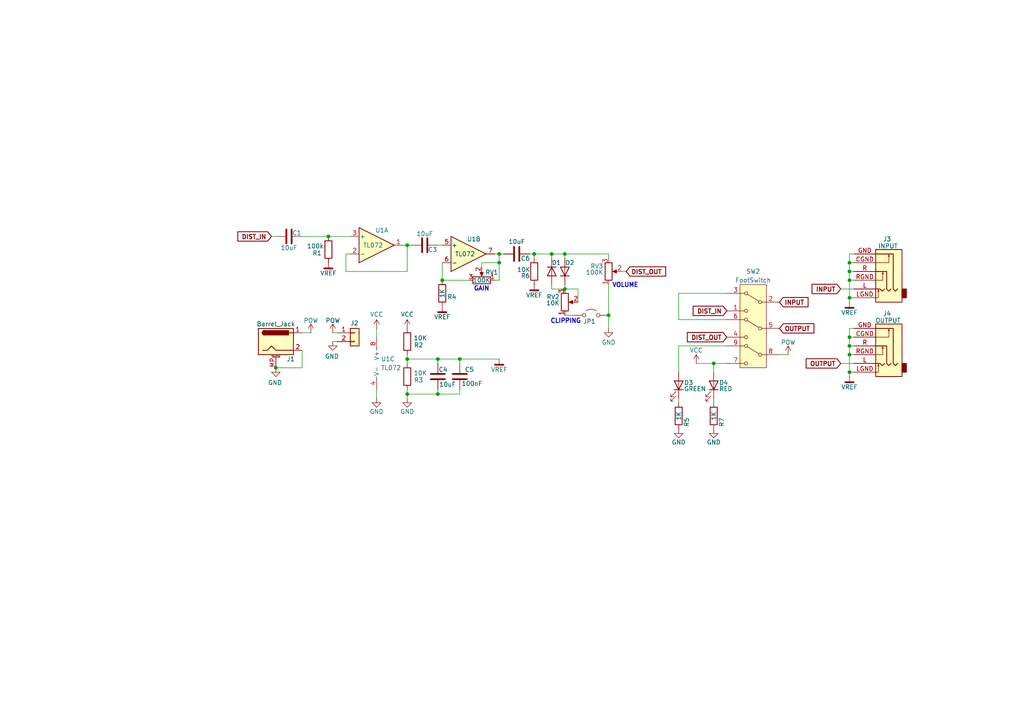
<source format=kicad_sch>
(kicad_sch (version 20231120) (generator "eeschema") (generator_version "8.0")
  (paper "A4")
  (lib_symbols
    (symbol "Amplifier_Operational:TL072" (pin_names (offset 0.127))
      (property "Reference" "U" (at 0 5.08 0))
      (property "Value" "TL072" (at 0 -5.08 0))
      (symbol "TL072_1_1"
        (polyline (pts (xy -5.08 5.08) (xy 5.08 0) (xy -5.08 -5.08) (xy -5.08 5.08)) (stroke (width 0.254)) (fill (type background)))
        (pin output line (at 7.62 0 180) (length 2.54) (name "~") (number "1"))
        (pin input line (at -7.62 -2.54 0) (length 2.54) (name "-") (number "2"))
        (pin input line (at -7.62 2.54 0) (length 2.54) (name "+") (number "3"))
      )
      (symbol "TL072_2_1"
        (polyline (pts (xy -5.08 5.08) (xy 5.08 0) (xy -5.08 -5.08) (xy -5.08 5.08)) (stroke (width 0.254)) (fill (type background)))
        (pin input line (at -7.62 2.54 0) (length 2.54) (name "+") (number "5"))
        (pin input line (at -7.62 -2.54 0) (length 2.54) (name "-") (number "6"))
        (pin output line (at 7.62 0 180) (length 2.54) (name "~") (number "7"))
      )
      (symbol "TL072_3_1"
        (pin power_in line (at -2.54 -7.62 90) (length 3.81) (name "V-") (number "4"))
        (pin power_in line (at -2.54 7.62 270) (length 3.81) (name "V+") (number "8"))
      )
    )
    (symbol "Connector:Barrel_Jack_MountingPin" (pin_names hide)
      (property "Reference" "J" (at 0 5.334 0))
      (property "Value" "Barrel_Jack_MountingPin" (at 1.27 -6.35 0))
      (symbol "Barrel_Jack_MountingPin_0_1"
        (rectangle (start -5.08 3.81) (end 5.08 -3.81) (stroke (width 0.254)) (fill (type background)))
        (arc (start -3.302 3.175) (mid -3.9343 2.54) (end -3.302 1.905) (stroke (width 0.254)))
        (arc (start -3.302 3.175) (mid -3.9343 2.54) (end -3.302 1.905) (stroke (width 0.254)) (fill (type outline)))
        (polyline (pts (xy 5.08 2.54) (xy 3.81 2.54)) (stroke (width 0.254)))
        (polyline (pts (xy -3.81 -2.54) (xy -2.54 -2.54) (xy -1.27 -1.27) (xy 0 -2.54) (xy 2.54 -2.54) (xy 5.08 -2.54)) (stroke (width 0.254)))
        (rectangle (start 3.683 3.175) (end -3.302 1.905) (stroke (width 0.254)) (fill (type outline)))
      )
      (symbol "Barrel_Jack_MountingPin_1_1"
        (polyline (pts (xy -1.016 -4.572) (xy 1.016 -4.572)) (stroke (width 0.1524)))
        (text "Mounting" (at 0 -4.191 0) (effects (font (size 0.381 0.381))))
        (pin passive line (at 7.62 2.54 180) (length 2.54) (name "~") (number "1"))
        (pin passive line (at 7.62 -2.54 180) (length 2.54) (name "~") (number "2"))
        (pin passive line (at 0 -7.62 90) (length 3.048) (name "MountPin") (number "MP"))
      )
    )
    (symbol "Connector_Audio:AudioJack3_Switch"
      (property "Reference" "J7" (at -1.905 11.43 0))
      (property "Value" "AudioJack3_Switch" (at -1.905 8.89 0))
      (symbol "AudioJack3_Switch_0_1"
        (rectangle (start -5.08 -5.08) (end -6.35 -7.62) (stroke (width 0.254)) (fill (type outline)))
        (polyline (pts (xy -1.27 4.826) (xy -1.016 4.318)))
        (polyline (pts (xy 0.508 -0.254) (xy 0.762 -0.762)))
        (polyline (pts (xy 1.778 -5.334) (xy 2.032 -5.842)))
        (polyline (pts (xy 0 -5.08) (xy 0.635 -5.715) (xy 1.27 -5.08) (xy 2.54 -5.08)) (stroke (width 0.254)))
        (polyline (pts (xy 2.54 -7.62) (xy 1.778 -7.62) (xy 1.778 -5.334) (xy 1.524 -5.842)))
        (polyline (pts (xy 2.54 -2.54) (xy 0.508 -2.54) (xy 0.508 -0.254) (xy 0.254 -0.762)))
        (polyline (pts (xy 2.54 2.54) (xy -1.27 2.54) (xy -1.27 4.826) (xy -1.524 4.318)))
        (polyline (pts (xy -1.905 -5.08) (xy -1.27 -5.715) (xy -0.635 -5.08) (xy -0.635 0) (xy 2.54 0)) (stroke (width 0.254)))
        (polyline (pts (xy 2.54 5.08) (xy -2.54 5.08) (xy -2.54 -5.08) (xy -3.175 -5.715) (xy -3.81 -5.08)) (stroke (width 0.254)))
        (rectangle (start 2.54 6.35) (end -5.08 -8.89) (stroke (width 0.254)) (fill (type background)))
      )
      (symbol "AudioJack3_Switch_1_1"
        (pin passive line (at 8.89 2.54 180) (length 6.35) (name "~") (number "CGND"))
        (pin passive line (at 8.89 5.08 180) (length 6.35) (name "~") (number "GND"))
        (pin passive line (at 8.89 -5.08 180) (length 6.35) (name "~") (number "L"))
        (pin passive line (at 8.89 -7.62 180) (length 6.35) (name "~") (number "LGND"))
        (pin passive line (at 8.89 0 180) (length 6.35) (name "~") (number "R"))
        (pin passive line (at 8.89 -2.54 180) (length 6.35) (name "~") (number "RGND"))
      )
    )
    (symbol "Connector_Generic:Conn_01x02" (pin_names (offset 1.016) hide)
      (property "Reference" "J" (at 0 2.54 0))
      (property "Value" "Conn_01x02" (at 0 -5.08 0))
      (symbol "Conn_01x02_1_1"
        (rectangle (start -1.27 -2.413) (end 0 -2.667) (stroke (width 0.1524)))
        (rectangle (start -1.27 0.127) (end 0 -0.127) (stroke (width 0.1524)))
        (rectangle (start -1.27 1.27) (end 1.27 -3.81) (stroke (width 0.254)) (fill (type background)))
        (pin passive line (at -5.08 0 0) (length 3.81) (name "Pin_1") (number "1"))
        (pin passive line (at -5.08 -2.54 0) (length 3.81) (name "Pin_2") (number "2"))
      )
    )
    (symbol "Device:C" (pin_numbers hide) (pin_names (offset 0.254))
      (property "Reference" "C" (at 0.635 2.54 0))
      (property "Value" "C" (at 0.635 -2.54 0))
      (symbol "C_0_1"
        (polyline (pts (xy -2.032 -0.762) (xy 2.032 -0.762)) (stroke (width 0.508)))
        (polyline (pts (xy -2.032 0.762) (xy 2.032 0.762)) (stroke (width 0.508)))
      )
      (symbol "C_1_1"
        (pin passive line (at 0 3.81 270) (length 2.794) (name "~") (number "1"))
        (pin passive line (at 0 -3.81 90) (length 2.794) (name "~") (number "2"))
      )
    )
    (symbol "Device:D" (pin_numbers hide) (pin_names (offset 1.016) hide)
      (property "Reference" "D" (at 0 2.54 0))
      (property "Value" "D" (at 0 -2.54 0))
      (symbol "D_0_1"
        (polyline (pts (xy -1.27 1.27) (xy -1.27 -1.27)) (stroke (width 0.254)))
        (polyline (pts (xy 1.27 0) (xy -1.27 0)))
        (polyline (pts (xy 1.27 1.27) (xy 1.27 -1.27) (xy -1.27 0) (xy 1.27 1.27)) (stroke (width 0.254)))
      )
      (symbol "D_1_1"
        (pin passive line (at -3.81 0 0) (length 2.54) (name "K") (number "1"))
        (pin passive line (at 3.81 0 180) (length 2.54) (name "A") (number "2"))
      )
    )
    (symbol "Device:LED" (pin_numbers hide) (pin_names (offset 1.016) hide)
      (property "Reference" "D" (at 0 2.54 0))
      (property "Value" "LED" (at 0 -2.54 0))
      (symbol "LED_0_1"
        (polyline (pts (xy -1.27 -1.27) (xy -1.27 1.27)) (stroke (width 0.254)))
        (polyline (pts (xy -1.27 0) (xy 1.27 0)))
        (polyline (pts (xy 1.27 -1.27) (xy 1.27 1.27) (xy -1.27 0) (xy 1.27 -1.27)) (stroke (width 0.254)))
        (polyline (pts (xy -3.048 -0.762) (xy -4.572 -2.286) (xy -3.81 -2.286) (xy -4.572 -2.286) (xy -4.572 -1.524)))
        (polyline (pts (xy -1.778 -0.762) (xy -3.302 -2.286) (xy -2.54 -2.286) (xy -3.302 -2.286) (xy -3.302 -1.524)))
      )
      (symbol "LED_1_1"
        (pin passive line (at -3.81 0 0) (length 2.54) (name "K") (number "1"))
        (pin passive line (at 3.81 0 180) (length 2.54) (name "A") (number "2"))
      )
    )
    (symbol "Device:R" (pin_numbers hide) (pin_names (offset 0))
      (property "Reference" "R" (at 2.032 0 90))
      (property "Value" "R" (at 0 0 90))
      (symbol "R_0_1"
        (rectangle (start -1.016 -2.54) (end 1.016 2.54) (stroke (width 0.254)))
      )
      (symbol "R_1_1"
        (pin passive line (at 0 3.81 270) (length 1.27) (name "~") (number "1"))
        (pin passive line (at 0 -3.81 90) (length 1.27) (name "~") (number "2"))
      )
    )
    (symbol "Device:R_Potentiometer" (pin_names (offset 1.016) hide)
      (property "Reference" "RV" (at -4.445 0 90))
      (property "Value" "R_Potentiometer" (at -2.54 0 90))
      (symbol "R_Potentiometer_0_1"
        (polyline (pts (xy 2.54 0) (xy 1.524 0)))
        (polyline (pts (xy 1.143 0) (xy 2.286 0.508) (xy 2.286 -0.508) (xy 1.143 0)) (fill (type outline)))
        (rectangle (start 1.016 2.54) (end -1.016 -2.54) (stroke (width 0.254)))
      )
      (symbol "R_Potentiometer_1_1"
        (pin passive line (at 0 3.81 270) (length 1.27) (name "1") (number "1"))
        (pin passive line (at 3.81 0 180) (length 1.27) (name "2") (number "2"))
        (pin passive line (at 0 -3.81 90) (length 1.27) (name "3") (number "3"))
      )
    )
    (symbol "GNDD_1" (power) (pin_numbers hide) (pin_names (offset 0) hide)
      (property "Value" "OFFSET" (at 0 -3.302 0))
      (symbol "GNDD_1_0_1"
        (rectangle (start -1.27 -1.524) (end 1.27 -1.778) (stroke (width 0.254)) (fill (type outline)))
        (polyline (pts (xy 0 0) (xy 0 -1.524)))
      )
      (symbol "GNDD_1_1_1"
        (pin power_in line (at 0 0 270) (length 0) (name "~") (number "1"))
      )
    )
    (symbol "Jumper:Jumper_2_Open" (pin_numbers hide) (pin_names (offset 0) hide) (exclude_from_sim yes)
      (property "Reference" "JP" (at 0 2.794 0))
      (property "Value" "Jumper_2_Open" (at 0 -2.286 0))
      (symbol "Jumper_2_Open_0_0"
        (circle (center -2.032 0) (radius 0.508))
        (circle (center 2.032 0) (radius 0.508))
      )
      (symbol "Jumper_2_Open_0_1"
        (arc (start 1.524 1.27) (mid 0 1.778) (end -1.524 1.27))
      )
      (symbol "Jumper_2_Open_1_1"
        (pin passive line (at -5.08 0 0) (length 2.54) (name "A") (number "1"))
        (pin passive line (at 5.08 0 180) (length 2.54) (name "B") (number "2"))
      )
    )
    (symbol "Switch:SW_Nidec_CAS-120A1" (pin_names (offset 1) hide)
      (property "Reference" "SW3" (at 0 8.89 0))
      (property "Value" "SW_Nidec_CAS-120A1" (at 0 6.35 0))
      (symbol "SW_Nidec_CAS-120A1_0_1"
        (circle (center -2.032 -15.24) (radius 0.4572))
        (circle (center -2.032 -7.62) (radius 0.4572))
        (circle (center -2.032 0) (radius 0.4572))
        (polyline (pts (xy -1.651 -14.986) (xy 1.651 -12.954)))
        (polyline (pts (xy -1.651 -7.366) (xy 1.651 -5.334)))
        (polyline (pts (xy -1.651 0.254) (xy 1.651 2.286)))
        (circle (center 2.032 -17.78) (radius 0.4572))
        (circle (center 2.032 -12.7) (radius 0.4572))
        (circle (center 2.032 -10.16) (radius 0.4572))
        (circle (center 2.032 -5.08) (radius 0.4572))
        (circle (center 2.032 -2.54) (radius 0.4572))
        (circle (center 2.032 2.54) (radius 0.4572))
      )
      (symbol "SW_Nidec_CAS-120A1_1_1"
        (rectangle (start -3.81 5.08) (end 3.81 -19.05) (fill (type background)))
        (pin passive line (at 7.62 -2.54 180) (length 5.08) (name "C") (number "1"))
        (pin passive line (at -7.62 0 0) (length 5.08) (name "B") (number "2"))
        (pin passive line (at 7.62 2.54 180) (length 5.08) (name "A") (number "3"))
        (pin passive line (at 7.62 -10.16 180) (length 5.08) (name "C") (number "4"))
        (pin passive line (at -7.62 -7.62 0) (length 5.08) (name "B") (number "5"))
        (pin passive line (at 7.62 -5.08 180) (length 5.08) (name "A") (number "6"))
        (pin passive line (at 7.62 -17.78 180) (length 5.08) (name "C") (number "7"))
        (pin passive line (at -7.62 -15.24 0) (length 5.08) (name "B") (number "8"))
        (pin passive line (at 7.62 -12.7 180) (length 5.08) (name "A") (number "9"))
      )
    )
    (symbol "power:GND" (power) (pin_numbers hide) (pin_names (offset 0) hide)
      (property "Value" "GND" (at 0 -3.81 0))
      (symbol "GND_0_1"
        (polyline (pts (xy 0 0) (xy 0 -1.27) (xy 1.27 -1.27) (xy 0 -2.54) (xy -1.27 -1.27) (xy 0 -1.27)))
      )
      (symbol "GND_1_1"
        (pin power_in line (at 0 0 270) (length 0) (name "~") (number "1"))
      )
    )
    (symbol "power:VCC" (power) (pin_numbers hide) (pin_names (offset 0) hide)
      (property "Value" "VCC" (at 0 3.556 0))
      (symbol "VCC_0_1"
        (polyline (pts (xy -0.762 1.27) (xy 0 2.54)))
        (polyline (pts (xy 0 0) (xy 0 2.54)))
        (polyline (pts (xy 0 2.54) (xy 0.762 1.27)))
      )
      (symbol "VCC_1_1"
        (pin power_in line (at 0 0 90) (length 0) (name "~") (number "1"))
      )
    )
    (symbol "power:VDD" (power) (pin_numbers hide) (pin_names (offset 0) hide)
      (property "Value" "VDD" (at 0 3.556 0))
      (symbol "VDD_0_1"
        (polyline (pts (xy -0.762 1.27) (xy 0 2.54)))
        (polyline (pts (xy 0 0) (xy 0 2.54)))
        (polyline (pts (xy 0 2.54) (xy 0.762 1.27)))
      )
      (symbol "VDD_1_1"
        (pin power_in line (at 0 0 90) (length 0) (name "~") (number "1"))
      )
    )
  )
  (junction (at 246.38 76.2))
  (junction (at 176.53 91.44))
  (junction (at 133.35 104.14))
  (junction (at 144.78 76.2))
  (junction (at 246.38 102.87))
  (junction (at 246.38 81.28))
  (junction (at 95.25 68.58))
  (junction (at 118.11 71.12))
  (junction (at 160.02 73.66))
  (junction (at 118.11 114.3))
  (junction (at 163.83 73.66))
  (junction (at 80.01 106.68))
  (junction (at 246.38 107.95))
  (junction (at 163.83 83.82))
  (junction (at 127 114.3))
  (junction (at 207.01 105.41))
  (junction (at 127 104.14))
  (junction (at 246.38 78.74))
  (junction (at 118.11 104.14))
  (junction (at 246.38 100.33))
  (junction (at 128.27 81.28))
  (junction (at 246.38 97.79))
  (junction (at 154.94 73.66))
  (junction (at 246.38 86.36))
  (junction (at 144.78 73.66))
  (wire (pts (xy 128.27 76.2) (xy 128.27 81.28)))
  (wire (pts (xy 176.53 91.44) (xy 176.53 95.25)))
  (wire (pts (xy 80.01 68.58) (xy 78.74 68.58)))
  (wire (pts (xy 176.53 73.66) (xy 176.53 74.93)))
  (wire (pts (xy 127 113.03) (xy 127 114.3)))
  (wire (pts (xy 247.65 76.2) (xy 246.38 76.2)))
  (wire (pts (xy 90.17 96.52) (xy 87.63 96.52)))
  (wire (pts (xy 160.02 83.82) (xy 163.83 83.82)))
  (wire (pts (xy 109.22 95.25) (xy 109.22 97.79)))
  (wire (pts (xy 210.82 92.71) (xy 196.85 92.71)))
  (wire (pts (xy 100.33 78.74) (xy 118.11 78.74)))
  (wire (pts (xy 196.85 92.71) (xy 196.85 85.09)))
  (wire (pts (xy 87.63 106.68) (xy 87.63 101.6)))
  (wire (pts (xy 127 105.41) (xy 127 104.14)))
  (wire (pts (xy 246.38 100.33) (xy 246.38 102.87)))
  (wire (pts (xy 144.78 81.28) (xy 143.51 81.28)))
  (wire (pts (xy 247.65 97.79) (xy 246.38 97.79)))
  (wire (pts (xy 181.61 78.74) (xy 180.34 78.74)))
  (wire (pts (xy 128.27 81.28) (xy 135.89 81.28)))
  (wire (pts (xy 96.52 99.06) (xy 97.79 99.06)))
  (wire (pts (xy 160.02 82.55) (xy 160.02 83.82)))
  (wire (pts (xy 207.01 105.41) (xy 210.82 105.41)))
  (wire (pts (xy 118.11 78.74) (xy 118.11 71.12)))
  (wire (pts (xy 133.35 104.14) (xy 144.78 104.14)))
  (wire (pts (xy 100.33 73.66) (xy 101.6 73.66)))
  (wire (pts (xy 201.93 105.41) (xy 207.01 105.41)))
  (wire (pts (xy 139.7 76.2) (xy 139.7 77.47)))
  (wire (pts (xy 246.38 76.2) (xy 246.38 78.74)))
  (wire (pts (xy 196.85 100.33) (xy 210.82 100.33)))
  (wire (pts (xy 246.38 86.36) (xy 247.65 86.36)))
  (wire (pts (xy 133.35 114.3) (xy 127 114.3)))
  (wire (pts (xy 133.35 114.3) (xy 133.35 113.03)))
  (wire (pts (xy 144.78 76.2) (xy 144.78 81.28)))
  (wire (pts (xy 196.85 116.84) (xy 196.85 115.57)))
  (wire (pts (xy 246.38 78.74) (xy 246.38 81.28)))
  (wire (pts (xy 163.83 82.55) (xy 163.83 83.82)))
  (wire (pts (xy 167.64 87.63) (xy 167.64 83.82)))
  (wire (pts (xy 196.85 85.09) (xy 210.82 85.09)))
  (wire (pts (xy 133.35 105.41) (xy 133.35 104.14)))
  (wire (pts (xy 247.65 102.87) (xy 246.38 102.87)))
  (wire (pts (xy 118.11 102.87) (xy 118.11 104.14)))
  (wire (pts (xy 243.84 105.41) (xy 247.65 105.41)))
  (wire (pts (xy 246.38 102.87) (xy 246.38 107.95)))
  (wire (pts (xy 246.38 97.79) (xy 246.38 100.33)))
  (wire (pts (xy 246.38 73.66) (xy 246.38 76.2)))
  (wire (pts (xy 127 114.3) (xy 118.11 114.3)))
  (wire (pts (xy 160.02 74.93) (xy 160.02 73.66)))
  (wire (pts (xy 176.53 82.55) (xy 176.53 91.44)))
  (wire (pts (xy 144.78 73.66) (xy 146.05 73.66)))
  (wire (pts (xy 100.33 73.66) (xy 100.33 78.74)))
  (wire (pts (xy 207.01 105.41) (xy 207.01 107.95)))
  (wire (pts (xy 118.11 104.14) (xy 118.11 105.41)))
  (wire (pts (xy 127 104.14) (xy 118.11 104.14)))
  (wire (pts (xy 247.65 81.28) (xy 246.38 81.28)))
  (wire (pts (xy 163.83 83.82) (xy 167.64 83.82)))
  (wire (pts (xy 127 71.12) (xy 128.27 71.12)))
  (wire (pts (xy 96.52 96.52) (xy 97.79 96.52)))
  (wire (pts (xy 247.65 73.66) (xy 246.38 73.66)))
  (wire (pts (xy 246.38 78.74) (xy 247.65 78.74)))
  (wire (pts (xy 144.78 76.2) (xy 139.7 76.2)))
  (wire (pts (xy 160.02 73.66) (xy 163.83 73.66)))
  (wire (pts (xy 246.38 107.95) (xy 247.65 107.95)))
  (wire (pts (xy 154.94 73.66) (xy 153.67 73.66)))
  (wire (pts (xy 196.85 100.33) (xy 196.85 107.95)))
  (wire (pts (xy 119.38 71.12) (xy 118.11 71.12)))
  (wire (pts (xy 95.25 68.58) (xy 101.6 68.58)))
  (wire (pts (xy 163.83 74.93) (xy 163.83 73.66)))
  (wire (pts (xy 154.94 74.93) (xy 154.94 73.66)))
  (wire (pts (xy 163.83 73.66) (xy 176.53 73.66)))
  (wire (pts (xy 116.84 71.12) (xy 118.11 71.12)))
  (wire (pts (xy 243.84 83.82) (xy 247.65 83.82)))
  (wire (pts (xy 118.11 114.3) (xy 118.11 115.57)))
  (wire (pts (xy 127 104.14) (xy 133.35 104.14)))
  (wire (pts (xy 163.83 91.44) (xy 166.37 91.44)))
  (wire (pts (xy 207.01 116.84) (xy 207.01 115.57)))
  (wire (pts (xy 109.22 115.57) (xy 109.22 113.03)))
  (wire (pts (xy 154.94 73.66) (xy 160.02 73.66)))
  (wire (pts (xy 118.11 113.03) (xy 118.11 114.3)))
  (wire (pts (xy 246.38 95.25) (xy 246.38 97.79)))
  (wire (pts (xy 228.6 102.87) (xy 226.06 102.87)))
  (wire (pts (xy 246.38 81.28) (xy 246.38 86.36)))
  (wire (pts (xy 143.51 73.66) (xy 144.78 73.66)))
  (wire (pts (xy 247.65 95.25) (xy 246.38 95.25)))
  (wire (pts (xy 246.38 100.33) (xy 247.65 100.33)))
  (wire (pts (xy 144.78 73.66) (xy 144.78 76.2)))
  (wire (pts (xy 87.63 68.58) (xy 95.25 68.58)))
  (wire (pts (xy 246.38 87.63) (xy 246.38 86.36)))
  (wire (pts (xy 80.01 106.68) (xy 87.63 106.68)))
  (wire (pts (xy 246.38 109.22) (xy 246.38 107.95)))
  (text "CLIPPING" (at 164.084 93.218 0) (effects (font (size 1.27 1.27) (thickness 0.254) (bold yes))))
  (text "VOLUME" (at 181.356 82.804 0) (effects (font (size 1.27 1.27) (thickness 0.254) (bold yes))))
  (text "GAIN\n" (at 139.7 83.82 0) (effects (font (size 1.27 1.27) (thickness 0.254) (bold yes))))
  (global_label "INPUT" (shape input) (at 243.84 83.82 180) (effects (font (bold yes))) (property "Intersheetrefs" "${INTERSHEET_REFS}" (effects (hide yes))))
  (global_label "INPUT" (shape input) (at 226.06 87.63 0) (effects (font (bold yes))) (property "Intersheetrefs" "${INTERSHEET_REFS}" (effects (hide yes))))
  (global_label "DIST_OUT" (shape input) (at 181.61 78.74 0) (effects (font (bold yes))) (property "Intersheetrefs" "${INTERSHEET_REFS}" (effects (hide yes))))
  (global_label "OUTPUT" (shape input) (at 226.06 95.25 0) (effects (font (bold yes))) (property "Intersheetrefs" "${INTERSHEET_REFS}" (effects (hide yes))))
  (global_label "DIST_IN" (shape input) (at 210.82 90.17 180) (effects (font (bold yes))) (property "Intersheetrefs" "${INTERSHEET_REFS}" (effects (hide yes))))
  (global_label "DIST_IN" (shape input) (at 78.74 68.58 180) (effects (font (bold yes))) (property "Intersheetrefs" "${INTERSHEET_REFS}" (effects (hide yes))))
  (global_label "OUTPUT" (shape input) (at 243.84 105.41 180) (effects (font (bold yes))) (property "Intersheetrefs" "${INTERSHEET_REFS}" (effects (hide yes))))
  (global_label "DIST_OUT" (shape input) (at 210.82 97.79 180) (effects (font (bold yes))) (property "Intersheetrefs" "${INTERSHEET_REFS}" (effects (hide yes))))
  (symbol (lib_id "Switch:SW_Nidec_CAS-120A1") (at 218.44 87.63 0) (mirror y) (unit 1)
    (property "Reference" "SW2" (at 218.44 78.74 0))
    (property "Value" "FootSwitch" (at 218.44 81.28 0))
    (property "Footprint" "Button_Switch_SMD:Nidec_Copal_CAS-120A" (effects (hide yes)))
    (property "Datasheet" "https://www.nidec-components.com/e/catalog/switch/cas.pdf" (effects (hide yes)))
    (property "Description" "Switch, single pole double throw" (effects (hide yes)))
  )
  (symbol (lib_id "Device:C") (at 83.82 68.58 90) (unit 1)
    (property "Reference" "C1" (at 86.106 67.564 90))
    (property "Value" "10uF" (at 83.82 71.882 90))
    (property "Footprint" "Capacitor_THT:C_Disc_D4.3mm_W1.9mm_P5.00mm" (effects (hide yes)))
    (property "Description" "Unpolarized capacitor" (effects (hide yes)))
  )
  (symbol (lib_id "power:GND") (at 109.22 115.57 0) (unit 1)
    (property "Reference" "#PWR010" (effects (hide yes)))
    (property "Value" "GND" (at 109.22 119.38 0))
    (property "Description" "Power symbol creates a global label with name \"GND\" , ground" (effects (hide yes)))
  )
  (symbol (lib_id "Device:R") (at 196.85 120.65 180) (unit 1)
    (property "Reference" "R5" (at 199.136 122.428 90))
    (property "Value" "1K" (at 196.85 120.65 90))
    (property "Footprint" "Resistor_THT:R_Axial_DIN0207_L6.3mm_D2.5mm_P10.16mm_Horizontal" (effects (hide yes)))
    (property "Description" "Resistor" (effects (hide yes)))
  )
  (symbol (lib_id "Device:R_Potentiometer") (at 139.7 81.28 270) (mirror x) (unit 1)
    (property "Reference" "RV1" (at 144.526 78.994 90) (effects (justify right)))
    (property "Value" "100K" (at 142.24 81.28 90) (effects (justify right)))
    (property "Description" "Potentiometer" (effects (hide yes)))
  )
  (symbol (lib_id "Device:R") (at 154.94 78.74 0) (mirror x) (unit 1)
    (property "Reference" "R6" (at 152.4 80.01 0))
    (property "Value" "10K" (at 151.892 78.232 0))
    (property "Footprint" "Resistor_THT:R_Axial_DIN0207_L6.3mm_D2.5mm_P10.16mm_Horizontal" (effects (hide yes)))
    (property "Description" "Resistor" (effects (hide yes)))
  )
  (symbol (lib_id "Device:C") (at 133.35 109.22 180) (unit 1)
    (property "Reference" "C5" (at 136.144 107.188 0))
    (property "Value" "100nF" (at 136.906 111.252 0))
    (property "Footprint" "Capacitor_THT:C_Disc_D4.3mm_W1.9mm_P5.00mm" (effects (hide yes)))
    (property "Description" "Unpolarized capacitor" (effects (hide yes)))
  )
  (symbol (lib_name "GNDD_1") (lib_id "power:GNDD") (at 246.38 109.22 0) (unit 1)
    (property "Reference" "#PWR018" (effects (hide yes)))
    (property "Value" "VREF" (at 246.38 112.268 0))
    (property "Description" "Power symbol creates a global label with name \"GNDD\" , digital ground" (effects (hide yes)))
  )
  (symbol (lib_id "Device:R_Potentiometer") (at 163.83 87.63 0) (mirror x) (unit 1)
    (property "Reference" "RV2" (at 162.306 86.106 0) (effects (justify right)))
    (property "Value" "10K" (at 162.306 87.884 0) (effects (justify right)))
    (property "Description" "Potentiometer" (effects (hide yes)))
  )
  (symbol (lib_id "power:GND") (at 96.52 99.06 0) (unit 1)
    (property "Reference" "#PWR06" (effects (hide yes)))
    (property "Value" "GND" (at 96.266 103.378 0))
    (property "Description" "Power symbol creates a global label with name \"GND\" , ground" (effects (hide yes)))
  )
  (symbol (lib_id "Device:C") (at 127 109.22 180) (unit 1)
    (property "Reference" "C4" (at 128.524 107.188 0))
    (property "Value" "10uF" (at 129.794 111.506 0))
    (property "Footprint" "Capacitor_THT:C_Disc_D4.3mm_W1.9mm_P5.00mm" (effects (hide yes)))
    (property "Description" "Unpolarized capacitor" (effects (hide yes)))
  )
  (symbol (lib_id "power:VCC") (at 118.11 95.25 0) (unit 1)
    (property "Reference" "#PWR011" (effects (hide yes)))
    (property "Value" "VCC" (at 118.11 91.186 0))
    (property "Description" "Power symbol creates a global label with name \"VCC\"" (effects (hide yes)))
  )
  (symbol (lib_id "Device:R") (at 118.11 109.22 180) (unit 1)
    (property "Reference" "R3" (at 121.412 110.236 0))
    (property "Value" "10K" (at 121.92 108.204 0))
    (property "Footprint" "Resistor_THT:R_Axial_DIN0207_L6.3mm_D2.5mm_P10.16mm_Horizontal" (effects (hide yes)))
    (property "Description" "Resistor" (effects (hide yes)))
  )
  (symbol (lib_id "Connector:Barrel_Jack_MountingPin") (at 80.01 99.06 0) (unit 1)
    (property "Reference" "J1" (at 84.328 104.14 0))
    (property "Value" "Barrel_Jack" (at 80.01 93.98 0))
    (property "Description" "DC Barrel Jack with a mounting pin" (effects (hide yes)))
  )
  (symbol (lib_id "Connector_Generic:Conn_01x02") (at 102.87 96.52 0) (unit 1)
    (property "Reference" "J2" (at 101.6 93.726 0) (effects (justify left)))
    (property "Value" "BATT" (effects (hide yes)))
    (property "Description" "Generic connector, single row, 01x02, script generated (kicad-library-utils/schlib/autogen/connector/)" (effects (hide yes)))
  )
  (symbol (lib_id "Device:LED") (at 196.85 111.76 270) (mirror x) (unit 1)
    (property "Reference" "D3" (at 198.374 110.998 90) (effects (justify left)))
    (property "Value" "GREEN" (at 198.374 112.776 90) (effects (justify left)))
    (property "Description" "Light emitting diode" (effects (hide yes)))
  )
  (symbol (lib_id "power:VDD") (at 96.52 96.52 0) (unit 1)
    (property "Reference" "#PWR05" (effects (hide yes)))
    (property "Value" "POW" (at 96.52 92.964 0))
    (property "Description" "Power symbol creates a global label with name \"VDD\"" (effects (hide yes)))
  )
  (symbol (lib_id "Connector_Audio:AudioJack3_Switch") (at 256.54 100.33 0) (mirror y) (unit 1)
    (property "Reference" "J4" (at 257.302 90.932 0))
    (property "Value" "OUTPUT" (at 257.556 92.964 0))
    (property "Description" "Audio Jack, 3 Poles (Stereo / TRS), Switched Poles (Normalling)" (effects (hide yes)))
  )
  (symbol (lib_id "Amplifier_Operational:TL072") (at 111.76 105.41 0) (unit 3)
    (property "Reference" "U1" (at 110.49 104.1399 0) (effects (justify left)))
    (property "Value" "TL072" (at 110.49 106.6799 0) (effects (justify left)))
    (property "Footprint" "Package_DIP:DIP-8_W7.62mm" (effects (hide yes)))
    (property "Datasheet" "http://www.ti.com/lit/ds/symlink/tl071.pdf" (effects (hide yes)))
    (property "Description" "Dual Low-Noise JFET-Input Operational Amplifiers, DIP-8/SOIC-8" (effects (hide yes)))
  )
  (symbol (lib_id "power:GND") (at 80.01 106.68 0) (unit 1)
    (property "Reference" "#PWR01" (effects (hide yes)))
    (property "Value" "GND" (at 79.756 110.998 0))
    (property "Description" "Power symbol creates a global label with name \"GND\" , ground" (effects (hide yes)))
  )
  (symbol (lib_id "Jumper:Jumper_2_Open") (at 171.45 91.44 0) (unit 1) (exclude_from_sim yes)
    (property "Reference" "JP1" (at 170.942 93.218 0))
    (property "Value" "Jumper_2_Open" (effects (hide yes)))
    (property "Description" "Jumper, 2-pole, open" (effects (hide yes)))
  )
  (symbol (lib_id "power:VDD") (at 228.6 102.87 0) (unit 1)
    (property "Reference" "#PWR02" (effects (hide yes)))
    (property "Value" "POW" (at 228.6 99.314 0))
    (property "Description" "Power symbol creates a global label with name \"VDD\"" (effects (hide yes)))
  )
  (symbol (lib_id "Device:R") (at 128.27 85.09 0) (unit 1)
    (property "Reference" "R4" (at 131.064 86.106 0))
    (property "Value" "1K" (at 128.27 85.09 90))
    (property "Footprint" "Resistor_THT:R_Axial_DIN0207_L6.3mm_D2.5mm_P10.16mm_Horizontal" (effects (hide yes)))
    (property "Description" "Resistor" (effects (hide yes)))
  )
  (symbol (lib_id "Device:D") (at 160.02 78.74 270) (unit 1)
    (property "Reference" "D1" (at 160.02 76.2 90) (effects (justify left)))
    (property "Value" "D" (effects (hide yes)))
    (property "Footprint" "Diode_THT:D_DO-41_SOD81_P10.16mm_Horizontal" (effects (hide yes)))
    (property "Description" "Diode" (effects (hide yes)))
    (property "Sim.Device" "D" (effects (hide yes)))
    (property "Sim.Pins" "1=K 2=A" (effects (hide yes)))
  )
  (symbol (lib_id "Device:C") (at 123.19 71.12 270) (mirror x) (unit 1)
    (property "Reference" "C3" (at 125.476 72.39 90))
    (property "Value" "10uF" (at 123.19 67.818 90))
    (property "Footprint" "Capacitor_THT:C_Disc_D4.3mm_W1.9mm_P5.00mm" (effects (hide yes)))
    (property "Description" "Unpolarized capacitor" (effects (hide yes)))
  )
  (symbol (lib_id "power:VCC") (at 109.22 95.25 0) (unit 1)
    (property "Reference" "#PWR09" (effects (hide yes)))
    (property "Value" "VCC" (at 109.22 91.186 0))
    (property "Description" "Power symbol creates a global label with name \"VCC\"" (effects (hide yes)))
  )
  (symbol (lib_id "Device:LED") (at 207.01 111.76 270) (mirror x) (unit 1)
    (property "Reference" "D4" (at 208.534 110.998 90) (effects (justify left)))
    (property "Value" "RED" (at 208.534 112.776 90) (effects (justify left)))
    (property "Description" "Light emitting diode" (effects (hide yes)))
  )
  (symbol (lib_name "GNDD_1") (lib_id "power:GNDD") (at 95.25 76.2 0) (unit 1)
    (property "Reference" "#PWR04" (effects (hide yes)))
    (property "Value" "VREF" (at 95.25 79.248 0))
    (property "Description" "Power symbol creates a global label with name \"GNDD\" , digital ground" (effects (hide yes)))
  )
  (symbol (lib_id "Device:C") (at 149.86 73.66 270) (unit 1)
    (property "Reference" "C6" (at 152.4 74.93 90))
    (property "Value" "10uF" (at 149.86 70.104 90))
    (property "Footprint" "Capacitor_THT:C_Disc_D4.3mm_W1.9mm_P5.00mm" (effects (hide yes)))
    (property "Description" "Unpolarized capacitor" (effects (hide yes)))
  )
  (symbol (lib_id "power:GND") (at 118.11 115.57 0) (unit 1)
    (property "Reference" "#PWR012" (effects (hide yes)))
    (property "Value" "GND" (at 118.11 119.38 0))
    (property "Description" "Power symbol creates a global label with name \"GND\" , ground" (effects (hide yes)))
  )
  (symbol (lib_id "Device:R") (at 95.25 72.39 0) (mirror x) (unit 1)
    (property "Reference" "R1" (at 91.948 73.406 0))
    (property "Value" "100k" (at 91.44 71.374 0))
    (property "Footprint" "Resistor_THT:R_Axial_DIN0207_L6.3mm_D2.5mm_P10.16mm_Horizontal" (effects (hide yes)))
    (property "Description" "Resistor" (effects (hide yes)))
  )
  (symbol (lib_name "GNDD_1") (lib_id "power:GNDD") (at 144.78 104.14 0) (unit 1)
    (property "Reference" "#PWR021" (effects (hide yes)))
    (property "Value" "VREF" (at 144.78 107.188 0))
    (property "Description" "Power symbol creates a global label with name \"GNDD\" , digital ground" (effects (hide yes)))
  )
  (symbol (lib_id "Device:R") (at 207.01 120.65 180) (unit 1)
    (property "Reference" "R7" (at 209.296 122.428 90))
    (property "Value" "1K" (at 207.01 120.65 90))
    (property "Footprint" "Resistor_THT:R_Axial_DIN0207_L6.3mm_D2.5mm_P10.16mm_Horizontal" (effects (hide yes)))
    (property "Description" "Resistor" (effects (hide yes)))
  )
  (symbol (lib_id "power:GND") (at 207.01 124.46 0) (unit 1)
    (property "Reference" "#PWR016" (effects (hide yes)))
    (property "Value" "GND" (at 207.01 128.27 0))
    (property "Description" "Power symbol creates a global label with name \"GND\" , ground" (effects (hide yes)))
  )
  (symbol (lib_name "GNDD_1") (lib_id "power:GNDD") (at 154.94 82.55 0) (unit 1)
    (property "Reference" "#PWR019" (effects (hide yes)))
    (property "Value" "VREF" (at 154.94 85.598 0))
    (property "Description" "Power symbol creates a global label with name \"GNDD\" , digital ground" (effects (hide yes)))
  )
  (symbol (lib_id "Device:R") (at 118.11 99.06 180) (unit 1)
    (property "Reference" "R2" (at 121.412 100.076 0))
    (property "Value" "10K" (at 121.92 98.044 0))
    (property "Footprint" "Resistor_THT:R_Axial_DIN0207_L6.3mm_D2.5mm_P10.16mm_Horizontal" (effects (hide yes)))
    (property "Description" "Resistor" (effects (hide yes)))
  )
  (symbol (lib_id "Device:R_Potentiometer") (at 176.53 78.74 0) (mirror x) (unit 1)
    (property "Reference" "RV3" (at 175.006 77.216 0) (effects (justify right)))
    (property "Value" "100K" (at 175.006 78.994 0) (effects (justify right)))
    (property "Description" "Potentiometer" (effects (hide yes)))
  )
  (symbol (lib_name "GNDD_1") (lib_id "power:GNDD") (at 128.27 88.9 0) (unit 1)
    (property "Reference" "#PWR08" (effects (hide yes)))
    (property "Value" "VREF" (at 128.27 91.948 0))
    (property "Description" "Power symbol creates a global label with name \"GNDD\" , digital ground" (effects (hide yes)))
  )
  (symbol (lib_id "power:GND") (at 196.85 124.46 0) (unit 1)
    (property "Reference" "#PWR015" (effects (hide yes)))
    (property "Value" "GND" (at 196.85 128.27 0))
    (property "Description" "Power symbol creates a global label with name \"GND\" , ground" (effects (hide yes)))
  )
  (symbol (lib_id "Device:D") (at 163.83 78.74 90) (unit 1)
    (property "Reference" "D2" (at 166.624 76.2 90) (effects (justify left)))
    (property "Value" "D" (effects (hide yes)))
    (property "Footprint" "Diode_THT:D_DO-41_SOD81_P10.16mm_Horizontal" (effects (hide yes)))
    (property "Description" "Diode" (effects (hide yes)))
    (property "Sim.Device" "D" (effects (hide yes)))
    (property "Sim.Pins" "1=K 2=A" (effects (hide yes)))
  )
  (symbol (lib_name "GNDD_1") (lib_id "power:GNDD") (at 246.38 87.63 0) (unit 1)
    (property "Reference" "#PWR013" (effects (hide yes)))
    (property "Value" "VREF" (at 246.38 90.678 0))
    (property "Description" "Power symbol creates a global label with name \"GNDD\" , digital ground" (effects (hide yes)))
  )
  (symbol (lib_id "power:VDD") (at 90.17 96.52 0) (unit 1)
    (property "Reference" "#PWR03" (effects (hide yes)))
    (property "Value" "POW" (at 90.17 92.964 0))
    (property "Description" "Power symbol creates a global label with name \"VDD\"" (effects (hide yes)))
  )
  (symbol (lib_id "power:VCC") (at 201.93 105.41 0) (unit 1)
    (property "Reference" "#PWR07" (effects (hide yes)))
    (property "Value" "VCC" (at 201.93 101.6 0))
    (property "Description" "Power symbol creates a global label with name \"VCC\"" (effects (hide yes)))
  )
  (symbol (lib_id "power:GND") (at 176.53 95.25 0) (unit 1)
    (property "Reference" "#PWR014" (effects (hide yes)))
    (property "Value" "GND" (at 176.53 99.314 0))
    (property "Description" "Power symbol creates a global label with name \"GND\" , ground" (effects (hide yes)))
  )
  (symbol (lib_id "Amplifier_Operational:TL072") (at 109.22 71.12 0) (unit 1)
    (property "Reference" "U1" (at 110.744 66.802 0))
    (property "Value" "TL072" (at 108.204 71.12 0))
    (property "Footprint" "Package_DIP:DIP-8_W7.62mm" (effects (hide yes)))
    (property "Datasheet" "http://www.ti.com/lit/ds/symlink/tl071.pdf" (effects (hide yes)))
    (property "Description" "Dual Low-Noise JFET-Input Operational Amplifiers, DIP-8/SOIC-8" (effects (hide yes)))
  )
  (symbol (lib_id "Connector_Audio:AudioJack3_Switch") (at 256.54 78.74 0) (mirror y) (unit 1)
    (property "Reference" "J3" (at 257.302 69.342 0))
    (property "Value" "INPUT" (at 257.556 71.374 0))
    (property "Description" "Audio Jack, 3 Poles (Stereo / TRS), Switched Poles (Normalling)" (effects (hide yes)))
  )
  (symbol (lib_id "Amplifier_Operational:TL072") (at 135.89 73.66 0) (unit 2)
    (property "Reference" "U1" (at 137.414 69.342 0))
    (property "Value" "TL072" (at 134.874 73.66 0))
    (property "Footprint" "Package_DIP:DIP-8_W7.62mm" (effects (hide yes)))
    (property "Datasheet" "http://www.ti.com/lit/ds/symlink/tl071.pdf" (effects (hide yes)))
    (property "Description" "Dual Low-Noise JFET-Input Operational Amplifiers, DIP-8/SOIC-8" (effects (hide yes)))
  )
)
</source>
